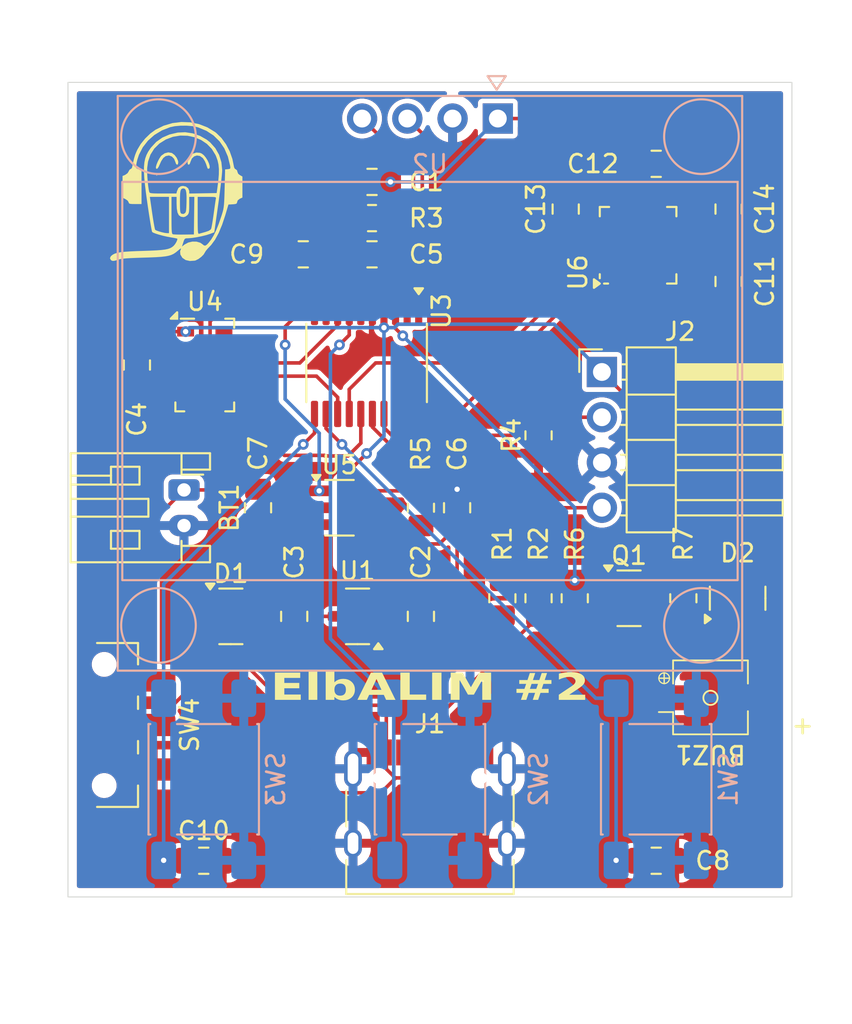
<source format=kicad_pcb>
(kicad_pcb (version 20241229) (generator "pcbnew") (generator_version "9.0")
  (title_block (title "ElbALTM 1") (date "2025-07-02") (rev "1.0") (company "ELB lab") (comment 4 "Altimetro portatile a batteria LiPo"))
  (layers (0 "F.Cu" signal) (2 "B.Cu" signal) (13 "F.Paste" user) (15 "B.Paste" user) (5 "F.SilkS" user "F.Silkscreen") (7 "B.SilkS" user "B.Silkscreen") (1 "F.Mask" user) (3 "B.Mask" user) (25 "Edge.Cuts" user))
  (net 0 "")
  (net 1 "VBATT")
  (net 2 "GND")
  (net 3 "+3V3")
  (net 4 "+5V")
  (net 5 "NRST")
  (net 6 "BUTT1")
  (net 7 "VBUS")
  (net 8 "STBATT")
  (net 9 "BUTT3")
  (net 10 "Net-(U6-VLOGIC)")
  (net 11 "Net-(U6-CPOUT)")
  (net 13 "Net-(U6-REGOUT)")
  (net 14 "Net-(J1-D+-PadA6)")
  (net 18 "Net-(J1-D--PadA7)")
  (net 19 "SWCLK")
  (net 20 "SWDIO")
  (net 21 "USB_DM")
  (net 22 "Net-(U5-PROG)")
  (net 23 "SCL2")
  (net 24 "USB_DP")
  (net 25 "SDA2")
  (net 26 "MOSI")
  (net 27 "SCL1")
  (net 28 "SDA1")
  (net 29 "Net-(BUZ1--)")
  (net 30 "SCLK")
  (net 31 "CSEL")
  (net 33 "MISO")
  (net 34 "BUTT2")
  (net 49 "Net-(Q1-B)")
  (net 50 "Net-(Q1-C)")
  (net 51 "BEEP")
  (net 52 "Net-(BT1-+)")
  (footprint "Capacitor_SMD:C_0805_2012Metric_Pad1.18x1.45mm_HandSolder" (layer "F.Cu") (at 137.16 121.412)
    (property "Reference" "C10" (at 0 -1.68 0) (layer "F.SilkS"))
    (property "Value" "100nF")
    (pad "1" smd roundrect (at -1.0375 0) (size 1.175 1.45) (layers "F.Cu" "F.Mask" "F.Paste") (roundrect_rratio 0.212766) (net 9 "BUTT3"))
    (pad "2" smd roundrect (at 1.0375 0) (size 1.175 1.45) (layers "F.Cu" "F.Mask" "F.Paste") (roundrect_rratio 0.212766) (net 2 "GND"))
  )
  (footprint "Capacitor_SMD:C_0805_2012Metric_Pad1.18x1.45mm_HandSolder" (layer "F.Cu") (at 157.48 84.836 90)
    (property "Reference" "C13" (at 0 -1.68 90) (layer "F.SilkS"))
    (property "Value" "2.2nF")
    (pad "1" smd roundrect (at -1.0375 0 90) (size 1.175 1.45) (layers "F.Cu" "F.Mask" "F.Paste") (roundrect_rratio 0.212766) (net 11 "Net-(U6-CPOUT)"))
    (pad "2" smd roundrect (at 1.0375 0 90) (size 1.175 1.45) (layers "F.Cu" "F.Mask" "F.Paste") (roundrect_rratio 0.212766) (net 2 "GND"))
  )
  (footprint "Package_SO:TSSOP-20_4.4x6.5mm_P0.65mm" (layer "F.Cu") (at 146.304 93.472 -90)
    (property "Reference" "U3" (at -2.905 -4.2 90) (layer "F.SilkS"))
    (property "Value" "STM32C071FBPx")
    (pad "1" smd roundrect (at -2.8625 -2.925 270) (size 1.475 0.4) (layers "F.Cu" "F.Mask" "F.Paste") (net 27 "SCL1"))
    (pad "2" smd roundrect (at -2.8625 -2.275 270) (size 1.475 0.4) (layers "F.Cu" "F.Mask" "F.Paste") (net 28 "SDA1"))
    (pad "3" smd roundrect (at -2.8625 -1.625 270) (size 1.475 0.4) (layers "F.Cu" "F.Mask" "F.Paste") (net 51 "BEEP"))
    (pad "4" smd roundrect (at -2.8625 -0.975 270) (size 1.475 0.4) (layers "F.Cu" "F.Mask" "F.Paste") (net 3 "+3V3"))
    (pad "5" smd roundrect (at -2.8625 -0.325 270) (size 1.475 0.4) (layers "F.Cu" "F.Mask" "F.Paste") (net 2 "GND"))
    (pad "6" smd roundrect (at -2.8625 0.325 270) (size 1.475 0.4) (layers "F.Cu" "F.Mask" "F.Paste") (net 5 "NRST"))
    (pad "7" smd roundrect (at -2.8625 0.975 270) (size 1.475 0.4) (layers "F.Cu" "F.Mask" "F.Paste") (net 34 "BUTT2"))
    (pad "8" smd roundrect (at -2.8625 1.625 270) (size 1.475 0.4) (layers "F.Cu" "F.Mask" "F.Paste") (net 30 "SCLK"))
    (pad "9" smd roundrect (at -2.8625 2.275 270) (size 1.475 0.4) (layers "F.Cu" "F.Mask" "F.Paste") (net 26 "MOSI"))
    (pad "10" smd roundrect (at -2.8625 2.925 270) (size 1.475 0.4) (layers "F.Cu" "F.Mask" "F.Paste") (net 8 "STBATT"))
    (pad "11" smd roundrect (at 2.8625 2.925 270) (size 1.475 0.4) (layers "F.Cu" "F.Mask" "F.Paste") (net 9 "BUTT3"))
    (pad "12" smd roundrect (at 2.8625 2.275 270) (size 1.475 0.4) (layers "F.Cu" "F.Mask" "F.Paste") (net 6 "BUTT1"))
    (pad "13" smd roundrect (at 2.8625 1.625 270) (size 1.475 0.4) (layers "F.Cu" "F.Mask" "F.Paste") (net 33 "MISO"))
    (pad "14" smd roundrect (at 2.8625 0.975 270) (size 1.475 0.4) (layers "F.Cu" "F.Mask" "F.Paste") (net 23 "SCL2"))
    (pad "15" smd roundrect (at 2.8625 0.325 270) (size 1.475 0.4) (layers "F.Cu" "F.Mask" "F.Paste") (net 31 "CSEL"))
    (pad "16" smd roundrect (at 2.8625 -0.325 270) (size 1.475 0.4) (layers "F.Cu" "F.Mask" "F.Paste") (net 21 "USB_DM"))
    (pad "17" smd roundrect (at 2.8625 -0.975 270) (size 1.475 0.4) (layers "F.Cu" "F.Mask" "F.Paste") (net 24 "USB_DP"))
    (pad "18" smd roundrect (at 2.8625 -1.625 270) (size 1.475 0.4) (layers "F.Cu" "F.Mask" "F.Paste") (net 20 "SWDIO"))
    (pad "19" smd roundrect (at 2.8625 -2.275 270) (size 1.475 0.4) (layers "F.Cu" "F.Mask" "F.Paste") (net 19 "SWCLK"))
    (pad "20" smd roundrect (at 2.8625 -2.925 270) (size 1.475 0.4) (layers "F.Cu" "F.Mask" "F.Paste") (net 25 "SDA2"))
  )
  (footprint "Capacitor_SMD:C_0805_2012Metric_Pad1.18x1.45mm_HandSolder" (layer "F.Cu") (at 162.56 121.412)
    (property "Reference" "C8" (at 3.175 0 0) (layer "F.SilkS"))
    (property "Value" "100nF")
    (pad "1" smd roundrect (at -1.0375 0) (size 1.175 1.45) (layers "F.Cu" "F.Mask" "F.Paste") (roundrect_rratio 0.212766) (net 6 "BUTT1"))
    (pad "2" smd roundrect (at 1.0375 0) (size 1.175 1.45) (layers "F.Cu" "F.Mask" "F.Paste") (roundrect_rratio 0.212766) (net 2 "GND"))
  )
  (footprint "Resistor_SMD:R_0805_2012Metric_Pad1.20x1.40mm_HandSolder" (layer "F.Cu") (at 157.988 106.68 -90)
    (property "Reference" "R6" (at -3.048 0 90) (layer "F.SilkS"))
    (property "Value" "10K")
    (pad "1" smd roundrect (at -1 0 270) (size 1.2 1.4) (layers "F.Cu" "F.Mask" "F.Paste") (roundrect_rratio 0.208333) (net 51 "BEEP"))
    (pad "2" smd roundrect (at 1 0 270) (size 1.2 1.4) (layers "F.Cu" "F.Mask" "F.Paste") (roundrect_rratio 0.208333) (net 49 "Net-(Q1-B)"))
  )
  (footprint "Package_LGA:LGA-8_3x5mm_P1.25mm" (layer "F.Cu") (at 137.219 93.589)
    (property "Reference" "U4" (at 0 -3.556 0) (layer "F.SilkS"))
    (property "Value" "MS5611-01BA")
    (pad "1" smd rect (at -1.075 -1.875) (size 0.95 0.55) (layers "F.Cu" "F.Mask" "F.Paste") (net 3 "+3V3"))
    (pad "2" smd rect (at -1.075 -0.625) (size 0.95 0.55) (layers "F.Cu" "F.Mask" "F.Paste") (net 2 "GND"))
    (pad "3" smd rect (at -1.075 0.625) (size 0.95 0.55) (layers "F.Cu" "F.Mask" "F.Paste") (net 2 "GND"))
    (pad "4" smd rect (at -1.075 1.875) (size 0.95 0.55) (layers "F.Cu" "F.Mask" "F.Paste") (net 31 "CSEL"))
    (pad "5" smd rect (at 1.075 1.875) (size 0.95 0.55) (layers "F.Cu" "F.Mask" "F.Paste") (net 31 "CSEL"))
    (pad "6" smd rect (at 1.075 0.625) (size 0.95 0.55) (layers "F.Cu" "F.Mask" "F.Paste") (net 33 "MISO"))
    (pad "7" smd rect (at 1.075 -0.625) (size 0.95 0.55) (layers "F.Cu" "F.Mask" "F.Paste") (net 26 "MOSI"))
    (pad "8" smd rect (at 1.075 -1.875) (size 0.95 0.55) (layers "F.Cu" "F.Mask" "F.Paste") (net 30 "SCLK"))
  )
  (footprint "Capacitor_SMD:C_0805_2012Metric_Pad1.18x1.45mm_HandSolder" (layer "F.Cu") (at 166.624 84.836 90)
    (property "Reference" "C14" (at 0 2.032 90) (layer "F.SilkS"))
    (property "Value" "100nF")
    (pad "1" smd roundrect (at -1.0375 0 90) (size 1.175 1.45) (layers "F.Cu" "F.Mask" "F.Paste") (roundrect_rratio 0.212766) (net 13 "Net-(U6-REGOUT)"))
    (pad "2" smd roundrect (at 1.0375 0 90) (size 1.175 1.45) (layers "F.Cu" "F.Mask" "F.Paste") (roundrect_rratio 0.212766) (net 2 "GND"))
  )
  (footprint "Resistor_SMD:R_0805_2012Metric_Pad1.20x1.40mm_HandSolder" (layer "F.Cu") (at 149.352 101.6 -90)
    (property "Reference" "R5" (at -3.0265 0 90) (layer "F.SilkS"))
    (property "Value" "1K0")
    (pad "1" smd roundrect (at -1 0 270) (size 1.2 1.4) (layers "F.Cu" "F.Mask" "F.Paste") (roundrect_rratio 0.208333) (net 22 "Net-(U5-PROG)"))
    (pad "2" smd roundrect (at 1 0 270) (size 1.2 1.4) (layers "F.Cu" "F.Mask" "F.Paste") (roundrect_rratio 0.208333) (net 2 "GND"))
  )
  (footprint "Resistor_SMD:R_0805_2012Metric_Pad1.20x1.40mm_HandSolder" (layer "F.Cu") (at 153.924 106.68 90)
    (property "Reference" "R1" (at 3.048 0 90) (layer "F.SilkS"))
    (property "Value" "22")
    (pad "1" smd roundrect (at -1 0 90) (size 1.2 1.4) (layers "F.Cu" "F.Mask" "F.Paste") (roundrect_rratio 0.208333) (net 18 "Net-(J1-D--PadA7)"))
    (pad "2" smd roundrect (at 1 0 90) (size 1.2 1.4) (layers "F.Cu" "F.Mask" "F.Paste") (roundrect_rratio 0.208333) (net 21 "USB_DM"))
  )
  (footprint "Resistor_SMD:R_0805_2012Metric_Pad1.20x1.40mm_HandSolder" (layer "F.Cu") (at 155.956 106.68 90)
    (property "Reference" "R2" (at 3.048 0 90) (layer "F.SilkS"))
    (property "Value" "22")
    (pad "1" smd roundrect (at -1 0 90) (size 1.2 1.4) (layers "F.Cu" "F.Mask" "F.Paste") (roundrect_rratio 0.208333) (net 14 "Net-(J1-D+-PadA6)"))
    (pad "2" smd roundrect (at 1 0 90) (size 1.2 1.4) (layers "F.Cu" "F.Mask" "F.Paste") (roundrect_rratio 0.208333) (net 24 "USB_DP"))
  )
  (footprint "Capacitor_SMD:C_0805_2012Metric_Pad1.18x1.45mm_HandSolder" (layer "F.Cu") (at 166.624 88.9 90)
    (property "Reference" "C11" (at 0 2.032 90) (layer "F.SilkS"))
    (property "Value" "10nF")
    (pad "1" smd roundrect (at -1.0375 0 90) (size 1.175 1.45) (layers "F.Cu" "F.Mask" "F.Paste") (roundrect_rratio 0.212766) (net 10 "Net-(U6-VLOGIC)"))
    (pad "2" smd roundrect (at 1.0375 0 90) (size 1.175 1.45) (layers "F.Cu" "F.Mask" "F.Paste") (roundrect_rratio 0.212766) (net 2 "GND"))
  )
  (footprint "Package_TO_SOT_SMD:SOT-23" (layer "F.Cu") (at 167.132 106.68 90)
    (property "Reference" "D2" (at 2.54 0 180) (layer "F.SilkS"))
    (property "Value" "BAT54C")
    (pad "1" smd roundrect (at -0.9375 -0.95 90) (size 1.475 0.6) (layers "F.Cu" "F.Mask" "F.Paste") (net 29 "Net-(BUZ1--)"))
    (pad "2" smd roundrect (at -0.9375 0.95 90) (size 1.475 0.6) (layers "F.Cu" "F.Mask" "F.Paste"))
    (pad "3" smd roundrect (at 0.9375 0 90) (size 1.475 0.6) (layers "F.Cu" "F.Mask" "F.Paste") (net 3 "+3V3"))
  )
  (footprint "Button_Switch_SMD:SW_SPDT_CK_JS102011SAQN" (layer "F.Cu") (at 131.572 113.792 -90)
    (property "Reference" "SW4" (at 0 -4.8 90) (layer "F.SilkS"))
    (property "Value" "SW_SPDT")
    (pad "" np_thru_hole circle (at -3.4 0 270) (size 0.9 0.9) (drill 0.9) (layers "*.Cu" "*.Mask"))
    (pad "" np_thru_hole circle (at 3.4 0 270) (size 0.9 0.9) (drill 0.9) (layers "*.Cu" "*.Mask"))
    (pad "1" smd roundrect (at -2.5 -2.75 270) (size 1.25 2.5) (layers "F.Cu" "F.Mask" "F.Paste") (roundrect_rratio 0.2) (net 52 "Net-(BT1-+)"))
    (pad "2" smd roundrect (at 0 -2.75 270) (size 1.25 2.5) (layers "F.Cu" "F.Mask" "F.Paste") (roundrect_rratio 0.2) (net 1 "VBATT"))
    (pad "3" smd roundrect (at 2.5 -2.75 270) (size 1.25 2.5) (layers "F.Cu" "F.Mask" "F.Paste") (roundrect_rratio 0.2) (net 2 "GND"))
  )
  (footprint "Sensor_Motion:InvenSense_QFN-24_4x4mm_P0.5mm" (layer "F.Cu") (at 161.544 86.868 90)
    (property "Reference" "U6" (at -1.524 -3.375 90) (layer "F.SilkS"))
    (property "Value" "MPU-6050")
    (pad "1" smd roundrect (at -1.95 -1.25 90) (size 0.85 0.3) (layers "F.Cu" "F.Mask" "F.Paste") (net 2 "GND"))
    (pad "2" smd roundrect (at -1.95 -0.75 90) (size 0.85 0.3) (layers "F.Cu" "F.Mask" "F.Paste"))
    (pad "3" smd roundrect (at -1.95 -0.25 90) (size 0.85 0.3) (layers "F.Cu" "F.Mask" "F.Paste"))
    (pad "4" smd roundrect (at -1.95 0.25 90) (size 0.85 0.3) (layers "F.Cu" "F.Mask" "F.Paste"))
    (pad "5" smd roundrect (at -1.95 0.75 90) (size 0.85 0.3) (layers "F.Cu" "F.Mask" "F.Paste"))
    (pad "6" smd roundrect (at -1.95 1.25 90) (size 0.85 0.3) (layers "F.Cu" "F.Mask" "F.Paste"))
    (pad "7" smd roundrect (at -1.25 1.95 180) (size 0.85 0.3) (layers "F.Cu" "F.Mask" "F.Paste"))
    (pad "8" smd roundrect (at -0.75 1.95 180) (size 0.85 0.3) (layers "F.Cu" "F.Mask" "F.Paste") (net 10 "Net-(U6-VLOGIC)"))
    (pad "9" smd roundrect (at -0.25 1.95 180) (size 0.85 0.3) (layers "F.Cu" "F.Mask" "F.Paste") (net 2 "GND"))
    (pad "10" smd roundrect (at 0.25 1.95 180) (size 0.85 0.3) (layers "F.Cu" "F.Mask" "F.Paste") (net 13 "Net-(U6-REGOUT)"))
    (pad "11" smd roundrect (at 0.75 1.95 180) (size 0.85 0.3) (layers "F.Cu" "F.Mask" "F.Paste") (net 2 "GND"))
    (pad "12" smd roundrect (at 1.25 1.95 180) (size 0.85 0.3) (layers "F.Cu" "F.Mask" "F.Paste"))
    (pad "13" smd roundrect (at 1.95 1.25 90) (size 0.85 0.3) (layers "F.Cu" "F.Mask" "F.Paste") (net 3 "+3V3"))
    (pad "14" smd roundrect (at 1.95 0.75 90) (size 0.85 0.3) (layers "F.Cu" "F.Mask" "F.Paste"))
    (pad "15" smd roundrect (at 1.95 0.25 90) (size 0.85 0.3) (layers "F.Cu" "F.Mask" "F.Paste"))
    (pad "16" smd roundrect (at 1.95 -0.25 90) (size 0.85 0.3) (layers "F.Cu" "F.Mask" "F.Paste"))
    (pad "17" smd roundrect (at 1.95 -0.75 90) (size 0.85 0.3) (layers "F.Cu" "F.Mask" "F.Paste"))
    (pad "18" smd roundrect (at 1.95 -1.25 90) (size 0.85 0.3) (layers "F.Cu" "F.Mask" "F.Paste") (net 2 "GND"))
    (pad "19" smd roundrect (at 1.25 -1.95 180) (size 0.85 0.3) (layers "F.Cu" "F.Mask" "F.Paste"))
    (pad "20" smd roundrect (at 0.75 -1.95 180) (size 0.85 0.3) (layers "F.Cu" "F.Mask" "F.Paste") (net 11 "Net-(U6-CPOUT)"))
    (pad "21" smd roundrect (at 0.25 -1.95 180) (size 0.85 0.3) (layers "F.Cu" "F.Mask" "F.Paste"))
    (pad "22" smd roundrect (at -0.25 -1.95 180) (size 0.85 0.3) (layers "F.Cu" "F.Mask" "F.Paste"))
    (pad "23" smd roundrect (at -0.75 -1.95 180) (size 0.85 0.3) (layers "F.Cu" "F.Mask" "F.Paste") (net 23 "SCL2"))
    (pad "24" smd roundrect (at -1.25 -1.95 180) (size 0.85 0.3) (layers "F.Cu" "F.Mask" "F.Paste") (net 25 "SDA2"))
    (zone (net 0) (net_name "") (layer "F.Cu") (connect_pads (clearance 0)) (min_thickness 0.254)
      (keepout (tracks not_allowed) (vias not_allowed) (pads not_allowed) (copperpour not_allowed) (footprints allowed))
      (fill (thermal_gap 0.508) (thermal_bridge_width 0.508))
      (polygon (pts (xy 160.219 88.243) (xy 160.219 85.493) (xy 162.869 85.493) (xy 162.869 88.243)))
    )
  )
  (footprint "Package_TO_SOT_SMD:SOT-23" (layer "F.Cu") (at 138.684 107.696)
    (property "Reference" "D1" (at 0 -2.4 0) (layer "F.SilkS"))
    (property "Value" "BAT54C")
    (pad "1" smd roundrect (at -0.9375 -0.95) (size 1.475 0.6) (layers "F.Cu" "F.Mask" "F.Paste") (net 1 "VBATT"))
    (pad "2" smd roundrect (at -0.9375 0.95) (size 1.475 0.6) (layers "F.Cu" "F.Mask" "F.Paste") (net 7 "VBUS"))
    (pad "3" smd roundrect (at 0.9375 0) (size 1.475 0.6) (layers "F.Cu" "F.Mask" "F.Paste") (net 4 "+5V"))
  )
  (footprint "Capacitor_SMD:C_0805_2012Metric_Pad1.18x1.45mm_HandSolder" (layer "F.Cu") (at 149.352 107.696 -90)
    (property "Reference" "C2" (at -3.048 0 90) (layer "F.SilkS"))
    (property "Value" "10uF")
    (pad "1" smd roundrect (at -1.0375 0 270) (size 1.175 1.45) (layers "F.Cu" "F.Mask" "F.Paste") (roundrect_rratio 0.212766) (net 3 "+3V3"))
    (pad "2" smd roundrect (at 1.0375 0 270) (size 1.175 1.45) (layers "F.Cu" "F.Mask" "F.Paste") (roundrect_rratio 0.212766) (net 2 "GND"))
  )
  (footprint "Capacitor_SMD:C_0805_2012Metric_Pad1.18x1.45mm_HandSolder" (layer "F.Cu") (at 140.208 101.6 -90)
    (property "Reference" "C7" (at -3.048 0 90) (layer "F.SilkS"))
    (property "Value" "4.7uF")
    (pad "1" smd roundrect (at -1.0375 0 270) (size 1.175 1.45) (layers "F.Cu" "F.Mask" "F.Paste") (roundrect_rratio 0.212766) (net 52 "Net-(BT1-+)"))
    (pad "2" smd roundrect (at 1.0375 0 270) (size 1.175 1.45) (layers "F.Cu" "F.Mask" "F.Paste") (roundrect_rratio 0.212766) (net 2 "GND"))
  )
  (footprint "Package_TO_SOT_SMD:SOT-23-5" (layer "F.Cu") (at 144.78 101.6)
    (property "Reference" "U5" (at 0 -2.4 0) (layer "F.SilkS"))
    (property "Value" "MCP73832-2-OT")
    (pad "1" smd roundrect (at -1.1375 -0.95) (size 1.325 0.6) (layers "F.Cu" "F.Mask" "F.Paste") (net 8 "STBATT"))
    (pad "2" smd roundrect (at -1.1375 0) (size 1.325 0.6) (layers "F.Cu" "F.Mask" "F.Paste") (net 2 "GND"))
    (pad "3" smd roundrect (at -1.1375 0.95) (size 1.325 0.6) (layers "F.Cu" "F.Mask" "F.Paste") (net 52 "Net-(BT1-+)"))
    (pad "4" smd roundrect (at 1.1375 0.95) (size 1.325 0.6) (layers "F.Cu" "F.Mask" "F.Paste") (net 7 "VBUS"))
    (pad "5" smd roundrect (at 1.1375 -0.95) (size 1.325 0.6) (layers "F.Cu" "F.Mask" "F.Paste") (net 22 "Net-(U5-PROG)"))
  )
  (footprint "Connector_PinHeader_2.54mm:PinHeader_1x04_P2.54mm_Horizontal" (layer "F.Cu") (at 159.512 93.98)
    (property "Reference" "J2" (at 4.385 -2.27 0) (layer "F.SilkS"))
    (property "Value" "SWD")
    (pad "1" thru_hole rect (at 0 0) (size 1.7 1.7) (drill 1) (layers "*.Cu" "*.Mask") (net 3 "+3V3"))
    (pad "2" thru_hole circle (at 0 2.54) (size 1.7 1.7) (drill 1) (layers "*.Cu" "*.Mask") (net 19 "SWCLK"))
    (pad "3" thru_hole circle (at 0 5.08) (size 1.7 1.7) (drill 1) (layers "*.Cu" "*.Mask") (net 2 "GND"))
    (pad "4" thru_hole circle (at 0 7.62) (size 1.7 1.7) (drill 1) (layers "*.Cu" "*.Mask") (net 20 "SWDIO"))
  )
  (footprint "MyLibrary:LD-BZEL-T69-0404" (layer "F.Cu") (at 165.608 112.268 180)
    (property "Reference" "BUZ1" (at 0 -3.175 180) (layer "F.SilkS"))
    (property "Value" "LD-BZEL-T69-0404")
    (fp_text user "+" (at -5.1 -1.6 90) (layer "F.SilkS"))
    (pad "1" smd rect (at 2.1 0 270) (size 1.4 1.8) (layers "F.Cu" "F.Mask" "F.Paste") (net 29 "Net-(BUZ1--)"))
    (pad "2" smd roundrect (at -2.1 0 270) (size 1.4 1.8) (layers "F.Cu" "F.Mask" "F.Paste") (net 3 "+3V3"))
  )
  (footprint "Capacitor_SMD:C_0805_2012Metric_Pad1.18x1.45mm_HandSolder" (layer "F.Cu") (at 146.608 83.312 180)
    (property "Reference" "C1" (at -3.048 0 0) (layer "F.SilkS"))
    (property "Value" "100nF")
    (pad "1" smd roundrect (at -1.0375 0 180) (size 1.175 1.45) (layers "F.Cu" "F.Mask" "F.Paste") (roundrect_rratio 0.212766) (net 3 "+3V3"))
    (pad "2" smd roundrect (at 1.0375 0 180) (size 1.175 1.45) (layers "F.Cu" "F.Mask" "F.Paste") (roundrect_rratio 0.212766) (net 2 "GND"))
  )
  (footprint "Capacitor_SMD:C_0805_2012Metric_Pad1.18x1.45mm_HandSolder" (layer "F.Cu") (at 133.409 93.589 -90)
    (property "Reference" "C4" (at 3.048 0 90) (layer "F.SilkS"))
    (property "Value" "100nF")
    (pad "1" smd roundrect (at -1.0375 0 270) (size 1.175 1.45) (layers "F.Cu" "F.Mask" "F.Paste") (roundrect_rratio 0.212766) (net 3 "+3V3"))
    (pad "2" smd roundrect (at 1.0375 0 270) (size 1.175 1.45) (layers "F.Cu" "F.Mask" "F.Paste") (roundrect_rratio 0.212766) (net 2 "GND"))
  )
  (footprint "MyLibrary:HDO_very_small_bn" (layer "F.Cu") (at 135.636 83.82)
    (property "Reference" "LOGO1" (hide yes))
    (property "Value" "ELB_Logo" (hide yes))
  )
  (footprint "Connector_USB:USB_C_Receptacle_HRO_TYPE-C-31-M-12" (layer "F.Cu") (at 149.86 119.38)
    (property "Reference" "J1" (at 0 -5.645 0) (layer "F.SilkS"))
    (property "Value" "USB_C_Receptacle")
    (pad "" np_thru_hole circle (at -2.89 -2.6) (size 0.65 0.65) (drill 0.65) (layers "*.Cu" "*.Mask"))
    (pad "" np_thru_hole circle (at 2.89 -2.6) (size 0.65 0.65) (drill 0.65) (layers "*.Cu" "*.Mask"))
    (pad "A1" smd rect (at -3.25 -4.045) (size 0.6 1.45) (layers "F.Cu" "F.Mask" "F.Paste") (net 2 "GND"))
    (pad "A4" smd rect (at -2.45 -4.045) (size 0.6 1.45) (layers "F.Cu" "F.Mask" "F.Paste") (net 7 "VBUS"))
    (pad "A5" smd rect (at -1.25 -4.045) (size 0.3 1.45) (layers "F.Cu" "F.Mask" "F.Paste"))
    (pad "A6" smd rect (at -0.25 -4.045) (size 0.3 1.45) (layers "F.Cu" "F.Mask" "F.Paste") (net 14 "Net-(J1-D+-PadA6)"))
    (pad "A7" smd rect (at 0.25 -4.045) (size 0.3 1.45) (layers "F.Cu" "F.Mask" "F.Paste") (net 18 "Net-(J1-D--PadA7)"))
    (pad "A8" smd rect (at 1.25 -4.045) (size 0.3 1.45) (layers "F.Cu" "F.Mask" "F.Paste"))
    (pad "A9" smd rect (at 2.45 -4.045) (size 0.6 1.45) (layers "F.Cu" "F.Mask" "F.Paste") (net 7 "VBUS"))
    (pad "A12" smd rect (at 3.25 -4.045) (size 0.6 1.45) (layers "F.Cu" "F.Mask" "F.Paste") (net 2 "GND"))
    (pad "B1" smd rect (at 3.25 -4.045) (size 0.6 1.45) (layers "F.Cu" "F.Mask" "F.Paste") (net 2 "GND"))
    (pad "B4" smd rect (at 2.45 -4.045) (size 0.6 1.45) (layers "F.Cu" "F.Mask" "F.Paste") (net 7 "VBUS"))
    (pad "B5" smd rect (at 1.75 -4.045) (size 0.3 1.45) (layers "F.Cu" "F.Mask" "F.Paste"))
    (pad "B6" smd rect (at 0.75 -4.045) (size 0.3 1.45) (layers "F.Cu" "F.Mask" "F.Paste") (net 14 "Net-(J1-D+-PadA6)"))
    (pad "B7" smd rect (at -0.75 -4.045) (size 0.3 1.45) (layers "F.Cu" "F.Mask" "F.Paste") (net 18 "Net-(J1-D--PadA7)"))
    (pad "B8" smd rect (at -1.75 -4.045) (size 0.3 1.45) (layers "F.Cu" "F.Mask" "F.Paste"))
    (pad "B9" smd rect (at -2.45 -4.045) (size 0.6 1.45) (layers "F.Cu" "F.Mask" "F.Paste") (net 7 "VBUS"))
    (pad "B12" smd rect (at -3.25 -4.045) (size 0.6 1.45) (layers "F.Cu" "F.Mask" "F.Paste") (net 2 "GND"))
    (pad "S1" thru_hole oval (at -4.32 -3.13) (size 1 2.1) (drill oval 0.6 1.7) (property pad_prop_heatsink) (layers "*.Cu" "*.Mask") (net 2 "GND"))
    (pad "S1" thru_hole oval (at -4.32 1.05) (size 1 1.6) (drill oval 0.6 1.2) (property pad_prop_heatsink) (layers "*.Cu" "*.Mask") (net 2 "GND"))
    (pad "S1" thru_hole oval (at 4.32 -3.13) (size 1 2.1) (drill oval 0.6 1.7) (property pad_prop_heatsink) (layers "*.Cu" "*.Mask") (net 2 "GND"))
    (pad "S1" thru_hole oval (at 4.32 1.05) (size 1 1.6) (drill oval 0.6 1.2) (property pad_prop_heatsink) (layers "*.Cu" "*.Mask") (net 2 "GND"))
  )
  (footprint "Resistor_SMD:R_0805_2012Metric_Pad1.20x1.40mm_HandSolder" (layer "F.Cu") (at 164.084 106.68 90)
    (property "Reference" "R7" (at 3.048 0 90) (layer "F.SilkS"))
    (property "Value" "0")
    (pad "1" smd roundrect (at -1 0 90) (size 1.2 1.4) (layers "F.Cu" "F.Mask" "F.Paste") (roundrect_rratio 0.208333) (net 29 "Net-(BUZ1--)"))
    (pad "2" smd roundrect (at 1 0 90) (size 1.2 1.4) (layers "F.Cu" "F.Mask" "F.Paste") (roundrect_rratio 0.208333) (net 50 "Net-(Q1-C)"))
  )
  (footprint "Capacitor_SMD:C_0805_2012Metric_Pad1.18x1.45mm_HandSolder" (layer "F.Cu") (at 142.748 87.376 180)
    (property "Reference" "C9" (at 3.175 0 0) (layer "F.SilkS"))
    (property "Value" "100nF")
    (pad "1" smd roundrect (at -1.0375 0 180) (size 1.175 1.45) (layers "F.Cu" "F.Mask" "F.Paste") (roundrect_rratio 0.212766) (net 34 "BUTT2"))
    (pad "2" smd roundrect (at 1.0375 0 180) (size 1.175 1.45) (layers "F.Cu" "F.Mask" "F.Paste") (roundrect_rratio 0.212766) (net 2 "GND"))
  )
  (footprint "Capacitor_SMD:C_0805_2012Metric_Pad1.18x1.45mm_HandSolder" (layer "F.Cu") (at 146.608 87.376)
    (property "Reference" "C5" (at 3.048 0 0) (layer "F.SilkS"))
    (property "Value" "100nF")
    (pad "1" smd roundrect (at -1.0375 0) (size 1.175 1.45) (layers "F.Cu" "F.Mask" "F.Paste") (roundrect_rratio 0.212766) (net 5 "NRST"))
    (pad "2" smd roundrect (at 1.0375 0) (size 1.175 1.45) (layers "F.Cu" "F.Mask" "F.Paste") (roundrect_rratio 0.212766) (net 2 "GND"))
  )
  (footprint "Resistor_SMD:R_0805_2012Metric_Pad1.20x1.40mm_HandSolder" (layer "F.Cu") (at 155.956 97.536 -90)
    (property "Reference" "R4" (at 0 1.524 90) (layer "F.SilkS"))
    (property "Value" "4K7")
    (pad "1" smd roundrect (at -1 0 270) (size 1.2 1.4) (layers "F.Cu" "F.Mask" "F.Paste") (roundrect_rratio 0.208333) (net 19 "SWCLK"))
    (pad "2" smd roundrect (at 1 0 270) (size 1.2 1.4) (layers "F.Cu" "F.Mask" "F.Paste") (roundrect_rratio 0.208333) (net 2 "GND"))
  )
  (footprint "Capacitor_SMD:C_0805_2012Metric_Pad1.18x1.45mm_HandSolder" (layer "F.Cu") (at 142.24 107.696 -90)
    (property "Reference" "C3" (at -3.048 0 90) (layer "F.SilkS"))
    (property "Value" "100nF")
    (pad "1" smd roundrect (at -1.0375 0 270) (size 1.175 1.45) (layers "F.Cu" "F.Mask" "F.Paste") (roundrect_rratio 0.212766) (net 4 "+5V"))
    (pad "2" smd roundrect (at 1.0375 0 270) (size 1.175 1.45) (layers "F.Cu" "F.Mask" "F.Paste") (roundrect_rratio 0.212766) (net 2 "GND"))
  )
  (footprint "Resistor_SMD:R_0805_2012Metric_Pad1.20x1.40mm_HandSolder" (layer "F.Cu") (at 146.608 85.344 180)
    (property "Reference" "R3" (at -3.048 0 0) (layer "F.SilkS"))
    (property "Value" "10K")
    (pad "1" smd roundrect (at -1 0 180) (size 1.2 1.4) (layers "F.Cu" "F.Mask" "F.Paste") (roundrect_rratio 0.208333) (net 3 "+3V3"))
    (pad "2" smd roundrect (at 1 0 180) (size 1.2 1.4) (layers "F.Cu" "F.Mask" "F.Paste") (roundrect_rratio 0.208333) (net 5 "NRST"))
  )
  (footprint "Package_TO_SOT_SMD:SOT-23" (layer "F.Cu") (at 145.796 107.696 180)
    (property "Reference" "U1" (at 0 2.54 0) (layer "F.SilkS"))
    (property "Value" "MCP1703Ax-330xxTT")
    (pad "1" smd roundrect (at -0.9375 -0.95 180) (size 1.475 0.6) (layers "F.Cu" "F.Mask" "F.Paste") (net 2 "GND"))
    (pad "2" smd roundrect (at -0.9375 0.95 180) (size 1.475 0.6) (layers "F.Cu" "F.Mask" "F.Paste") (net 3 "+3V3"))
    (pad "3" smd roundrect (at 0.9375 0 180) (size 1.475 0.6) (layers "F.Cu" "F.Mask" "F.Paste") (net 4 "+5V"))
  )
  (footprint "Package_TO_SOT_SMD:SOT-23" (layer "F.Cu") (at 161.036 106.68)
    (property "Reference" "Q1" (at 0 -2.4 0) (layer "F.SilkS"))
    (property "Value" "BC818")
    (pad "1" smd roundrect (at -0.9375 -0.95) (size 1.475 0.6) (layers "F.Cu" "F.Mask" "F.Paste") (net 49 "Net-(Q1-B)"))
    (pad "2" smd roundrect (at -0.9375 0.95) (size 1.475 0.6) (layers "F.Cu" "F.Mask" "F.Paste") (net 2 "GND"))
    (pad "3" smd roundrect (at 0.9375 0) (size 1.475 0.6) (layers "F.Cu" "F.Mask" "F.Paste") (net 50 "Net-(Q1-C)"))
  )
  (footprint "Capacitor_SMD:C_0805_2012Metric_Pad1.18x1.45mm_HandSolder" (layer "F.Cu") (at 162.56 82.296 180)
    (property "Reference" "C12" (at 3.556 0 0) (layer "F.SilkS"))
    (property "Value" "100nF")
    (pad "1" smd roundrect (at -1.0375 0 180) (size 1.175 1.45) (layers "F.Cu" "F.Mask" "F.Paste") (roundrect_rratio 0.212766) (net 2 "GND"))
    (pad "2" smd roundrect (at 1.0375 0 180) (size 1.175 1.45) (layers "F.Cu" "F.Mask" "F.Paste") (roundrect_rratio 0.212766) (net 3 "+3V3"))
  )
  (footprint "Connector_JST:JST_PH_S2B-PH-K_1x02_P2.00mm_Horizontal" (layer "F.Cu") (at 136.054 100.6 -90)
    (property "Reference" "BT1" (at 1 -2.55 90) (layer "F.SilkS"))
    (property "Value" "Battery")
    (pad "1" thru_hole roundrect (at 0 0 270) (size 1.2 1.75) (drill 0.75) (layers "*.Cu" "*.Mask") (roundrect_rratio 0.208333) (net 52 "Net-(BT1-+)"))
    (pad "2" thru_hole oval (at 2 0 270) (size 1.2 1.75) (drill 0.75) (layers "*.Cu" "*.Mask") (net 2 "GND"))
  )
  (footprint "Capacitor_SMD:C_0805_2012Metric_Pad1.18x1.45mm_HandSolder" (layer "F.Cu") (at 151.384 101.6 90)
    (property "Reference" "C6" (at 3.0265 0 90) (layer "F.SilkS"))
    (property "Value" "4.7uF")
    (pad "1" smd roundrect (at -1.0375 0 90) (size 1.175 1.45) (layers "F.Cu" "F.Mask" "F.Paste") (roundrect_rratio 0.212766) (net 7 "VBUS"))
    (pad "2" smd roundrect (at 1.0375 0 90) (size 1.175 1.45) (layers "F.Cu" "F.Mask" "F.Paste") (roundrect_rratio 0.212766) (net 2 "GND"))
  )
  (footprint "Button_Switch_SMD:SW_Push_1P1T_NO_E-Switch_TL3301NxxxxxG" (layer "B.Cu") (at 149.86 116.84 90)
    (property "Reference" "SW2" (at 0 6.096 90) (layer "B.SilkS") (effects (justify mirror)))
    (property "Value" "BUTT1")
    (pad "1" smd roundrect (at -4.55 2.25 90) (size 2.1 1.4) (layers "B.Cu" "B.Mask" "B.Paste") (roundrect_rratio 0.1785714286) (net 2 "GND"))
    (pad "1" smd roundrect (at 4.55 2.25 90) (size 2.1 1.4) (layers "B.Cu" "B.Mask" "B.Paste") (roundrect_rratio 0.1785714286) (net 2 "GND"))
    (pad "2" smd roundrect (at -4.55 -2.25 90) (size 2.1 1.4) (layers "B.Cu" "B.Mask" "B.Paste") (roundrect_rratio 0.1785714286) (net 34 "BUTT2"))
    (pad "2" smd roundrect (at 4.55 -2.25 90) (size 2.1 1.4) (layers "B.Cu" "B.Mask" "B.Paste") (roundrect_rratio 0.1785714286) (net 34 "BUTT2"))
  )
  (footprint "OLED:oled128x64_wo_holes" (layer "B.Cu") (at 149.86 79.756 180)
    (property "Reference" "U2" (at 0 -2.55 0) (layer "B.SilkS") (effects (justify mirror)))
    (property "Value" "OLED 128x64")
    (pad "1" thru_hole rect (at -3.81 0 90) (size 1.7 1.7) (drill 1) (layers "*.Cu" "*.Mask") (net 3 "+3V3"))
    (pad "2" thru_hole oval (at -1.27 0 90) (size 1.7 1.7) (drill 1) (layers "*.Cu" "*.Mask") (net 2 "GND"))
    (pad "3" thru_hole oval (at 1.27 0 90) (size 1.7 1.7) (drill 1) (layers "*.Cu" "*.Mask") (net 27 "SCL1"))
    (pad "4" thru_hole oval (at 3.81 0 90) (size 1.7 1.7) (drill 1) (layers "*.Cu" "*.Mask") (net 28 "SDA1"))
  )
  (footprint "Button_Switch_SMD:SW_Push_1P1T_NO_E-Switch_TL3301NxxxxxG" (layer "B.Cu") (at 137.16 116.84 90)
    (property "Reference" "SW3" (at 0 4.05 90) (layer "B.SilkS") (effects (justify mirror)))
    (property "Value" "BUTT1")
    (pad "1" smd roundrect (at -4.55 2.25 90) (size 2.1 1.4) (layers "B.Cu" "B.Mask" "B.Paste") (roundrect_rratio 0.1785714286) (net 2 "GND"))
    (pad "1" smd roundrect (at 4.55 2.25 90) (size 2.1 1.4) (layers "B.Cu" "B.Mask" "B.Paste") (roundrect_rratio 0.1785714286) (net 2 "GND"))
    (pad "2" smd roundrect (at -4.55 -2.25 90) (size 2.1 1.4) (layers "B.Cu" "B.Mask" "B.Paste") (roundrect_rratio 0.1785714286) (net 9 "BUTT3"))
    (pad "2" smd roundrect (at 4.55 -2.25 90) (size 2.1 1.4) (layers "B.Cu" "B.Mask" "B.Paste") (roundrect_rratio 0.1785714286) (net 9 "BUTT3"))
  )
  (footprint "Button_Switch_SMD:SW_Push_1P1T_NO_E-Switch_TL3301NxxxxxG" (layer "B.Cu") (at 162.56 116.84 90)
    (property "Reference" "SW1" (at 0 4.05 90) (layer "B.SilkS") (effects (justify mirror)))
    (property "Value" "BUTT1")
    (pad "1" smd roundrect (at -4.55 2.25 90) (size 2.1 1.4) (layers "B.Cu" "B.Mask" "B.Paste") (roundrect_rratio 0.1785714286) (net 2 "GND"))
    (pad "1" smd roundrect (at 4.55 2.25 90) (size 2.1 1.4) (layers "B.Cu" "B.Mask" "B.Paste") (roundrect_rratio 0.1785714286) (net 2 "GND"))
    (pad "2" smd roundrect (at -4.55 -2.25 90) (size 2.1 1.4) (layers "B.Cu" "B.Mask" "B.Paste") (roundrect_rratio 0.1785714286) (net 6 "BUTT1"))
    (pad "2" smd roundrect (at 4.55 -2.25 90) (size 2.1 1.4) (layers "B.Cu" "B.Mask" "B.Paste") (roundrect_rratio 0.1785714286) (net 6 "BUTT1"))
  )
  (gr_rect (start 129.54 77.724) (end 170.18 123.444) (stroke (width 0.05)) (fill no) (layer "Edge.Cuts"))
  (gr_text "ElbALIM #2" (at 149.86 111.76 0) (layer "F.SilkS") (effects (font (size 1.5 2) (thickness 0.2) (bold yes) (italic yes))))
  (segment (start 137.7465 106.746) (end 136.144 108.3485) (width 0.2) (layer "F.Cu") (net 1))
  (segment (start 136.144 108.3485) (end 136.144 111.97) (width 0.2) (layer "F.Cu") (net 1))
  (segment (start 136.144 111.97) (end 134.322 113.792) (width 0.2) (layer "F.Cu") (net 1))
  (segment (start 165.8795 87.118) (end 166.624 87.8625) (width 0.2) (layer "F.Cu") (net 2))
  (segment (start 146.629 90.6095) (end 146.629 88.3925) (width 0.2) (layer "F.Cu") (net 2))
  (segment (start 147.6455 87.376) (end 146.707 86.4375) (width 0.2) (layer "F.Cu") (net 2))
  (segment (start 146.629 88.3925) (end 147.6455 87.376) (width 0.2) (layer "F.Cu") (net 2))
  (segment (start 146.707 86.4375) (end 146.707 84.4485) (width 0.2) (layer "F.Cu") (net 2))
  (segment (start 164.326 86.118) (end 166.624 83.82) (width 0.2) (layer "F.Cu") (net 2))
  (segment (start 163.494 87.118) (end 165.8795 87.118) (width 0.2) (layer "F.Cu") (net 2))
  (segment (start 146.707 84.4485) (end 145.5705 83.312) (width 0.2) (layer "F.Cu") (net 2))
  (segment (start 149.352 102.6) (end 149.352 102.5945) (width 0.2) (layer "F.Cu") (net 2))
  (segment (start 149.352 102.5945) (end 151.384 100.5625) (width 0.2) (layer "F.Cu") (net 2))
  (segment (start 163.494 86.118) (end 164.326 86.118) (width 0.2) (layer "F.Cu") (net 2))
  (segment (start 166.624 83.82) (end 166.624 83.7985) (width 0.2) (layer "F.Cu") (net 2))
  (via (at 151.384 100.5625) (size 0.6) (drill 0.3) (layers "F.Cu" "B.Cu") (net 2))
  (segment (start 147.279 90.6095) (end 147.279001 91.491553) (width 0.2) (layer "F.Cu") (net 3))
  (segment (start 144.78 100.076) (end 144.78 104.7925) (width 0.2) (layer "F.Cu") (net 3))
  (segment (start 149.2645 106.746) (end 149.352 106.6585) (width 0.2) (layer "F.Cu") (net 3))
  (segment (start 134.2465 91.714) (end 133.409 92.5515) (width 0.2) (layer "F.Cu") (net 3))
  (segment (start 167.132 101.6) (end 167.132 105.7425) (width 0.2) (layer "F.Cu") (net 3))
  (segment (start 159.512 93.98) (end 167.132 101.6) (width 0.2) (layer "F.Cu") (net 3))
  (segment (start 148.534 86.27) (end 147.608 85.344) (width 0.2) (layer "F.Cu") (net 3))
  (segment (start 167.132 110.236) (end 167.708 110.812) (width 0.2) (layer "F.Cu") (net 3))
  (segment (start 144.78 104.7925) (end 146.7335 106.746) (width 0.2) (layer "F.Cu") (net 3))
  (segment (start 153.67 79.756) (end 158.9825 79.756) (width 0.2) (layer "F.Cu") (net 3))
  (segment (start 146.7335 106.746) (end 149.2645 106.746) (width 0.2) (layer "F.Cu") (net 3))
  (segment (start 158.9825 79.756) (end 161.5225 82.296) (width 0.2) (layer "F.Cu") (net 3))
  (segment (start 146.304 98.552) (end 144.78 100.076) (width 0.2) (layer "F.Cu") (net 3))
  (segment (start 147.6455 83.312) (end 147.6455 85.3065) (width 0.2) (layer "F.Cu") (net 3))
  (segment (start 167.708 110.812) (end 167.708 112.268) (width 0.2) (layer "F.Cu") (net 3))
  (segment (start 136.144 91.714) (end 134.2465 91.714) (width 0.2) (layer "F.Cu") (net 3))
  (segment (start 147.279 89.753) (end 148.534 88.498) (width 0.2) (layer "F.Cu") (net 3))
  (segment (start 148.534 88.498) (end 148.534 86.27) (width 0.2) (layer "F.Cu") (net 3))
  (segment (start 162.794 83.5675) (end 162.794 84.918) (width 0.2) (layer "F.Cu") (net 3))
  (segment (start 167.132 105.7425) (end 167.132 110.236) (width 0.2) (layer "F.Cu") (net 3))
  (segment (start 147.279 89.753) (end 147.279 90.4665) (width 0.2) (layer "F.Cu") (net 3))
  (segment (start 161.5225 82.296) (end 162.794 83.5675) (width 0.2) (layer "F.Cu") (net 3))
  (via (at 146.304 98.552) (size 0.6) (drill 0.3) (layers "F.Cu" "B.Cu") (net 3))
  (via (at 147.279001 91.491553) (size 0.6) (drill 0.3) (layers "F.Cu" "B.Cu") (net 3))
  (via (at 136.144 91.714) (size 0.6) (drill 0.3) (layers "F.Cu" "B.Cu") (net 3))
  (via (at 147.6455 83.312) (size 0.6) (drill 0.3) (layers "F.Cu" "B.Cu") (net 3))
  (segment (start 153.67 79.756) (end 150.114 83.312) (width 0.2) (layer "B.Cu") (net 3))
  (segment (start 147.279001 91.491553) (end 147.873208 91.491553) (width 0.2) (layer "B.Cu") (net 3))
  (segment (start 156.83 91.298) (end 159.512 93.98) (width 0.2) (layer "B.Cu") (net 3))
  (segment (start 147.873208 91.491553) (end 148.066761 91.298) (width 0.2) (layer "B.Cu") (net 3))
  (segment (start 147.279001 91.491553) (end 147.279001 97.576999) (width 0.2) (layer "B.Cu") (net 3))
  (segment (start 136.366447 91.491553) (end 136.144 91.714) (width 0.2) (layer "B.Cu") (net 3))
  (segment (start 150.114 83.312) (end 147.6455 83.312) (width 0.2) (layer "B.Cu") (net 3))
  (segment (start 147.279001 91.491553) (end 136.366447 91.491553) (width 0.2) (layer "B.Cu") (net 3))
  (segment (start 148.066761 91.298) (end 156.83 91.298) (width 0.2) (layer "B.Cu") (net 3))
  (segment (start 147.279001 97.576999) (end 146.304 98.552) (width 0.2) (layer "B.Cu") (net 3))
  (segment (start 143.2775 107.696) (end 144.8585 107.696) (width 0.2) (layer "F.Cu") (net 4))
  (segment (start 141.2025 107.696) (end 142.24 106.6585) (width 0.2) (layer "F.Cu") (net 4))
  (segment (start 139.6215 107.696) (end 141.2025 107.696) (width 0.2) (layer "F.Cu") (net 4))
  (segment (start 142.24 106.6585) (end 143.2775 107.696) (width 0.2) (layer "F.Cu") (net 4))
  (segment (start 145.5705 87.376) (end 145.5705 85.3815) (width 0.2) (layer "F.Cu") (net 5))
  (segment (start 145.979 87.7845) (end 145.5705 87.376) (width 0.2) (layer "F.Cu") (net 5))
  (segment (start 145.979 90.6095) (end 145.979 87.7845) (width 0.2) (layer "F.Cu") (net 5))
  (segment (start 144.029 97.151) (end 144.922 98.044) (width 0.2) (layer "F.Cu") (net 6))
  (segment (start 161.5225 121.412) (end 160.332 121.412) (width 0.2) (layer "F.Cu") (net 6))
  (segment (start 160.332 121.412) (end 160.31 121.39) (width 0.2) (layer "F.Cu") (net 6))
  (segment (start 144.029 96.3345) (end 144.029 97.151) (width 0.2) (layer "F.Cu") (net 6))
  (via (at 144.922 98.044) (size 0.6) (drill 0.3) (layers "F.Cu" "B.Cu") (net 6))
  (via (at 160.31 121.39) (size 0.6) (drill 0.3) (layers "F.Cu" "B.Cu") (net 6))
  (segment (start 160.31 112.29) (end 159.168 112.29) (width 0.2) (layer "B.Cu") (net 6))
  (segment (start 160.31 112.29) (end 160.31 121.39) (width 0.2) (layer "B.Cu") (net 6))
  (segment (start 159.168 112.29) (end 144.922 98.044) (width 0.2) (layer "B.Cu") (net 6))
  (segment (start 147.41 116.26) (end 147.909 116.759) (width 0.2) (layer "F.Cu") (net 7))
  (segment (start 141.7865 112.686) (end 147.41 112.686) (width 0.2) (layer "F.Cu") (net 7))
  (segment (start 150.3895 103.632) (end 151.384 102.6375) (width 0.2) (layer "F.Cu") (net 7))
  (segment (start 151.491 116.762) (end 152.31 115.943) (width 0.2) (layer "F.Cu") (net 7))
  (segment (start 147.41 115.335) (end 147.41 112.686) (width 0.2) (layer "F.Cu") (net 7))
  (segment (start 152.31 115.943) (end 152.31 115.335) (width 0.2) (layer "F.Cu") (net 7))
  (segment (start 151.384 108.712) (end 151.384 102.6375) (width 0.2) (layer "F.Cu") (net 7))
  (segment (start 142.6375 117.601) (end 147.105008 117.601) (width 0.2) (layer "F.Cu") (net 7))
  (segment (start 146.9995 103.632) (end 150.3895 103.632) (width 0.2) (layer "F.Cu") (net 7))
  (segment (start 147.41 112.686) (end 151.384 108.712) (width 0.2) (layer "F.Cu") (net 7))
  (segment (start 147.105008 117.601) (end 147.909 116.797008) (width 0.2) (layer "F.Cu") (net 7))
  (segment (start 147.909 116.797008) (end 147.909 116.759) (width 0.2) (layer "F.Cu") (net 7))
  (segment (start 147.41 115.335) (end 147.41 116.26) (width 0.2) (layer "F.Cu") (net 7))
  (segment (start 145.9175 102.55) (end 146.9995 103.632) (width 0.2) (layer "F.Cu") (net 7))
  (segment (start 147.909 116.759) (end 147.912 116.762) (width 0.2) (layer "F.Cu") (net 7))
  (segment (start 137.7465 108.646) (end 141.7865 112.686) (width 0.2) (layer "F.Cu") (net 7))
  (segment (start 147.912 116.762) (end 151.491 116.762) (width 0.2) (layer "F.Cu") (net 7))
  (segment (start 143.379 90.6095) (end 142.5625 90.6095) (width 0.2) (layer "F.Cu") (net 8))
  (segment (start 141.732 91.44) (end 141.732 92.456) (width 0.2) (layer "F.Cu") (net 8))
  (segment (start 142.5625 90.6095) (end 141.732 91.44) (width 0.2) (layer "F.Cu") (net 8))
  (via (at 141.732 92.456) (size 0.6) (drill 0.3) (layers "F.Cu" "B.Cu") (net 8))
  (via (at 143.6425 100.65) (size 0.6) (drill 0.3) (layers "F.Cu" "B.Cu") (net 8))
  (segment (start 143.6425 97.4145) (end 141.732 95.504) (width 0.2) (layer "B.Cu") (net 8))
  (segment (start 143.6425 100.65) (end 143.6425 97.4145) (width 0.2) (layer "B.Cu") (net 8))
  (segment (start 141.732 95.504) (end 141.732 92.456) (width 0.2) (layer "B.Cu") (net 8))
  (segment (start 143.379 97.413) (end 142.748 98.044) (width 0.2) (layer "F.Cu") (net 9))
  (segment (start 143.379 96.3345) (end 143.379 97.413) (width 0.2) (layer "F.Cu") (net 9))
  (segment (start 136.1225 121.412) (end 134.932 121.412) (width 0.2) (layer "F.Cu") (net 9))
  (segment (start 134.932 121.412) (end 134.91 121.39) (width 0.2) (layer "F.Cu") (net 9))
  (via (at 134.91 121.39) (size 0.6) (drill 0.3) (layers "F.Cu" "B.Cu") (net 9))
  (via (at 142.748 98.044) (size 0.6) (drill 0.3) (layers "F.Cu" "B.Cu") (net 9))
  (segment (start 134.91 112.29) (end 134.91 121.39) (width 0.2) (layer "B.Cu") (net 9))
  (segment (start 134.91 105.882) (end 142.748 98.044) (width 0.2) (layer "B.Cu") (net 9))
  (segment (start 134.91 112.29) (end 134.91 105.882) (width 0.2) (layer "B.Cu") (net 9))
  (segment (start 164.3045 87.618) (end 166.624 89.9375) (width 0.2) (layer "F.Cu") (net 10))
  (segment (start 163.494 87.618) (end 164.3045 87.618) (width 0.2) (layer "F.Cu") (net 10))
  (segment (start 159.594 86.118) (end 157.7245 86.118) (width 0.2) (layer "F.Cu") (net 11))
  (segment (start 157.7245 86.118) (end 157.48 85.8735) (width 0.2) (layer "F.Cu") (net 11))
  (segment (start 163.494 86.618) (end 164.8635 86.618) (width 0.2) (layer "F.Cu") (net 13))
  (segment (start 165.608 85.8735) (end 166.624 85.8735) (width 0.2) (layer "F.Cu") (net 13))
  (segment (start 164.8635 86.618) (end 165.608 85.8735) (width 0.2) (layer "F.Cu") (net 13))
  (segment (start 149.61 116.312) (end 149.659 116.361) (width 0.2) (layer "F.Cu") (net 14))
  (segment (start 150.561 116.361) (end 150.61 116.312) (width 0.2) (layer "F.Cu") (net 14))
  (segment (start 155.956 107.696) (end 150.61 113.042) (width 0.2) (layer "F.Cu") (net 14))
  (segment (start 150.61 116.312) (end 150.61 115.335) (width 0.2) (layer "F.Cu") (net 14))
  (segment (start 149.61 115.335) (end 149.61 116.312) (width 0.2) (layer "F.Cu") (net 14))
  (segment (start 149.659 116.361) (end 150.561 116.361) (width 0.2) (layer "F.Cu") (net 14))
  (segment (start 150.61 113.042) (end 150.61 115.335) (width 0.2) (layer "F.Cu") (net 14))
  (segment (start 155.956 107.68) (end 155.956 107.696) (width 0.2) (layer "F.Cu") (net 14))
  (segment (start 149.11 115.335) (end 149.11 114.358) (width 0.2) (layer "F.Cu") (net 18))
  (segment (start 149.159 114.309) (end 150.061 114.309) (width 0.2) (layer "F.Cu") (net 18))
  (segment (start 153.924 107.696) (end 150.061 111.559) (width 0.2) (layer "F.Cu") (net 18))
  (segment (start 150.061 111.559) (end 150.061 114.309) (width 0.2) (layer "F.Cu") (net 18))
  (segment (start 150.11 114.358) (end 150.11 115.335) (width 0.2) (layer "F.Cu") (net 18))
  (segment (start 150.061 114.309) (end 150.11 114.358) (width 0.2) (layer "F.Cu") (net 18))
  (segment (start 153.924 107.68) (end 153.924 107.696) (width 0.2) (layer "F.Cu") (net 18))
  (segment (start 149.11 114.358) (end 149.159 114.309) (width 0.2) (layer "F.Cu") (net 18))
  (segment (start 148.579 96.3345) (end 148.579 97.071999) (width 0.2) (layer "F.Cu") (net 19))
  (segment (start 156.464 96.52) (end 159.512 96.52) (width 0.2) (layer "F.Cu") (net 19))
  (segment (start 149.043001 97.536) (end 154.956 97.536) (width 0.2) (layer "F.Cu") (net 19))
  (segment (start 156.448 96.536) (end 156.464 96.52) (width 0.2) (layer "F.Cu") (net 19))
  (segment (start 154.956 97.536) (end 155.956 96.536) (width 0.2) (layer "F.Cu") (net 19))
  (segment (start 148.579 97.071999) (end 149.043001 97.536) (width 0.2) (layer "F.Cu") (net 19))
  (segment (start 155.956 96.536) (end 156.448 96.536) (width 0.2) (layer "F.Cu") (net 19))
  (segment (start 147.929 97.186685) (end 148.679315 97.937) (width 0.2) (layer "F.Cu") (net 20))
  (segment (start 156.464 101.6) (end 159.512 101.6) (width 0.2) (layer "F.Cu") (net 20))
  (segment (start 152.801 97.937) (end 156.464 101.6) (width 0.2) (layer "F.Cu") (net 20))
  (segment (start 147.929 96.3345) (end 147.929 97.186685) (width 0.2) (layer "F.Cu") (net 20))
  (segment (start 148.679315 97.937) (end 152.801 97.937) (width 0.2) (layer "F.Cu") (net 20))
  (segment (start 153.924 101.092) (end 153.924 105.68) (width 0.2) (layer "F.Cu") (net 21))
  (segment (start 149.231001 99.674) (end 152.506 99.674) (width 0.2) (layer "F.Cu") (net 21))
  (segment (start 146.629 96.3345) (end 146.629 97.071999) (width 0.2) (layer "F.Cu") (net 21))
  (segment (start 152.506 99.674) (end 153.924 101.092) (width 0.2) (layer "F.Cu") (net 21))
  (segment (start 146.629 97.071999) (end 149.231001 99.674) (width 0.2) (layer "F.Cu") (net 21))
  (segment (start 149.302 100.65) (end 149.352 100.6) (width 0.2) (layer "F.Cu") (net 22))
  (segment (start 145.9175 100.65) (end 149.302 100.65) (width 0.2) (layer "F.Cu") (net 22))
  (segment (start 146.812 93.472) (end 153.281176 93.472) (width 0.2) (layer "F.Cu") (net 23))
  (segment (start 145.329 94.955) (end 146.812 93.472) (width 0.2) (layer "F.Cu") (net 23))
  (segment (start 145.329 96.3345) (end 145.329 94.955) (width 0.2) (layer "F.Cu") (net 23))
  (segment (start 153.281176 93.472) (end 159.135176 87.618) (width 0.2) (layer "F.Cu") (net 23))
  (segment (start 159.135176 87.618) (end 159.594 87.618) (width 0.2) (layer "F.Cu") (net 23))
  (segment (start 148.543001 98.336) (end 149.267001 99.06) (width 0.2) (layer "F.Cu") (net 24))
  (segment (start 152.908 99.06) (end 155.956 102.108) (width 0.2) (layer "F.Cu") (net 24))
  (segment (start 155.956 102.108) (end 155.956 105.68) (width 0.2) (layer "F.Cu") (net 24))
  (segment (start 149.267001 99.06) (end 152.908 99.06) (width 0.2) (layer "F.Cu") (net 24))
  (segment (start 147.279 96.3345) (end 147.279 97.102371) (width 0.2) (layer "F.Cu") (net 24))
  (segment (start 148.51263 98.336) (end 148.543001 98.336) (width 0.2) (layer "F.Cu") (net 24))
  (segment (start 147.279 97.102371) (end 148.51263 98.336) (width 0.2) (layer "F.Cu") (net 24))
  (segment (start 151.3775 96.3345) (end 159.594 88.118) (width 0.2) (layer "F.Cu") (net 25))
  (segment (start 149.229 96.3345) (end 151.3775 96.3345) (width 0.2) (layer "F.Cu") (net 25))
  (segment (start 138.294 92.964) (end 137.518 92.188) (width 0.2) (layer "F.Cu") (net 26))
  (segment (start 144.029 89.872001) (end 144.029 90.6095) (width 0.2) (layer "F.Cu") (net 26))
  (segment (start 139.085 89.571) (end 143.727999 89.571) (width 0.2) (layer "F.Cu") (net 26))
  (segment (start 137.518 91.138) (end 139.085 89.571) (width 0.2) (layer "F.Cu") (net 26))
  (segment (start 137.518 92.188) (end 137.518 91.138) (width 0.2) (layer "F.Cu") (net 26))
  (segment (start 143.727999 89.571) (end 144.029 89.872001) (width 0.2) (layer "F.Cu") (net 26))
  (segment (start 149.428999 80.594999) (end 148.59 79.756) (width 0.2) (layer "F.Cu") (net 27))
  (segment (start 149.229 90.6095) (end 149.428999 90.409501) (width 0.2) (layer "F.Cu") (net 27))
  (segment (start 149.428999 90.409501) (end 149.428999 80.594999) (width 0.2) (layer "F.Cu") (net 27))
  (segment (start 148.934 89.59713) (end 148.934 82.64) (width 0.2) (layer "F.Cu") (net 28))
  (segment (start 148.579 90.6095) (end 148.579 89.95213) (width 0.2) (layer "F.Cu") (net 28))
  (segment (start 148.934 82.64) (end 146.05 79.756) (width 0.2) (layer "F.Cu") (net 28))
  (segment (start 148.579 89.95213) (end 148.934 89.59713) (width 0.2) (layer "F.Cu") (net 28))
  (segment (start 166.1195 107.68) (end 166.182 107.6175) (width 0.2) (layer "F.Cu") (net 29))
  (segment (start 163.508 110.812) (end 163.508 112.268) (width 0.2) (layer "F.Cu") (net 29))
  (segment (start 164.084 107.68) (end 166.1195 107.68) (width 0.2) (layer "F.Cu") (net 29))
  (segment (start 164.084 107.68) (end 164.084 110.236) (width 0.2) (layer "F.Cu") (net 29))
  (segment (start 164.084 110.236) (end 163.508 110.812) (width 0.2) (layer "F.Cu") (net 29))
  (segment (start 140.052 93.472) (end 142.553999 93.472) (width 0.2) (layer "F.Cu") (net 30))
  (segment (start 138.294 91.714) (end 140.052 93.472) (width 0.2) (layer "F.Cu") (net 30))
  (segment (start 142.553999 93.472) (end 144.679 91.346999) (width 0.2) (layer "F.Cu") (net 30))
  (segment (start 144.679 91.346999) (end 144.679 90.6095) (width 0.2) (layer "F.Cu") (net 30))
  (segment (start 141.69 98.66) (end 138.494 95.464) (width 0.2) (layer "F.Cu") (net 31))
  (segment (start 145.2595 98.694) (end 143.963686 98.694) (width 0.2) (layer "F.Cu") (net 31))
  (segment (start 143.963686 98.694) (end 143.929685 98.66) (width 0.2) (layer "F.Cu") (net 31))
  (segment (start 145.979 97.9745) (end 145.2595 98.694) (width 0.2) (layer "F.Cu") (net 31))
  (segment (start 136.144 95.464) (end 138.294 95.464) (width 0.2) (layer "F.Cu") (net 31))
  (segment (start 143.929685 98.66) (end 141.69 98.66) (width 0.2) (layer "F.Cu") (net 31))
  (segment (start 138.494 95.464) (end 138.294 95.464) (width 0.2) (layer "F.Cu") (net 31))
  (segment (start 145.979 96.3345) (end 145.979 97.9745) (width 0.2) (layer "F.Cu") (net 31))
  (segment (start 144.679 95.403) (end 144.679 96.3345) (width 0.2) (layer "F.Cu") (net 33))
  (segment (start 143.49 94.214) (end 144.679 95.403) (width 0.2) (layer "F.Cu") (net 33))
  (segment (start 138.294 94.214) (end 143.49 94.214) (width 0.2) (layer "F.Cu") (net 33))
  (segment (start 145.329 90.6095) (end 145.329 91.907) (width 0.2) (layer "F.Cu") (net 34))
  (segment (start 147.632 121.412) (end 147.61 121.39) (width 0.2) (layer "F.Cu") (net 34))
  (segment (start 145.329 91.907) (end 144.78 92.456) (width 0.2) (layer "F.Cu") (net 34))
  (segment (start 145.329 90.6095) (end 145.329 88.9195) (width 0.2) (layer "F.Cu") (net 34))
  (segment (start 145.329 88.9195) (end 143.7855 87.376) (width 0.2) (layer "F.Cu") (net 34))
  (via (at 144.78 92.456) (size 0.6) (drill 0.3) (layers "F.Cu" "B.Cu") (net 34))
  (segment (start 147.61 112.29) (end 147.828 112.508) (width 0.2) (layer "B.Cu") (net 34))
  (segment (start 147.828 112.508) (end 147.828 121.172) (width 0.2) (layer "B.Cu") (net 34))
  (segment (start 144.272 108.952) (end 144.272 92.964) (width 0.2) (layer "B.Cu") (net 34))
  (segment (start 147.828 121.172) (end 147.61 121.39) (width 0.2) (layer "B.Cu") (net 34))
  (segment (start 147.61 112.29) (end 144.272 108.952) (width 0.2) (layer "B.Cu") (net 34))
  (segment (start 144.272 92.964) (end 144.78 92.456) (width 0.2) (layer "B.Cu") (net 34))
  (segment (start 158.1485 107.68) (end 160.0985 105.73) (width 0.2) (layer "F.Cu") (net 49))
  (segment (start 157.988 107.68) (end 158.1485 107.68) (width 0.2) (layer "F.Cu") (net 49))
  (segment (start 161.9735 106.68) (end 163.084 106.68) (width 0.2) (layer "F.Cu") (net 50))
  (segment (start 163.084 106.68) (end 164.084 105.68) (width 0.2) (layer "F.Cu") (net 50))
  (segment (start 147.929 91.541) (end 148.336 91.948) (width 0.2) (layer "F.Cu") (net 51))
  (segment (start 147.929 90.6095) (end 147.929 91.541) (width 0.2) (layer "F.Cu") (net 51))
  (via (at 157.988 105.68) (size 0.6) (drill 0.3) (layers "F.Cu" "B.Cu") (net 51))
  (via (at 148.336 91.948) (size 0.6) (drill 0.3) (layers "F.Cu" "B.Cu") (net 51))
  (segment (start 157.988 101.6) (end 157.988 105.68) (width 0.2) (layer "B.Cu") (net 51))
  (segment (start 148.336 91.948) (end 157.988 101.6) (width 0.2) (layer "B.Cu") (net 51))
  (segment (start 140.1705 100.6) (end 140.208 100.5625) (width 0.2) (layer "F.Cu") (net 52))
  (segment (start 134.322 102.332) (end 136.054 100.6) (width 0.2) (layer "F.Cu") (net 52))
  (segment (start 140.208 100.5625) (end 142.1955 102.55) (width 0.2) (layer "F.Cu") (net 52))
  (segment (start 134.322 111.292) (end 134.322 102.332) (width 0.2) (layer "F.Cu") (net 52))
  (segment (start 142.1955 102.55) (end 143.6425 102.55) (width 0.2) (layer "F.Cu") (net 52))
  (segment (start 136.054 100.6) (end 140.1705 100.6) (width 0.2) (layer "F.Cu") (net 52))
  (zone (net 2) (net_name "GND") (layers "F.Cu" "B.Cu") (connect_pads (clearance 0.27)) (min_thickness 0.25) (fill yes (thermal_gap 0.5) (thermal_bridge_width 0.5))
    (polygon (pts (xy 127 73.66) (xy 172.72 73.66) (xy 172.72 124.46) (xy 127 124.46)))
  )
)
</source>
